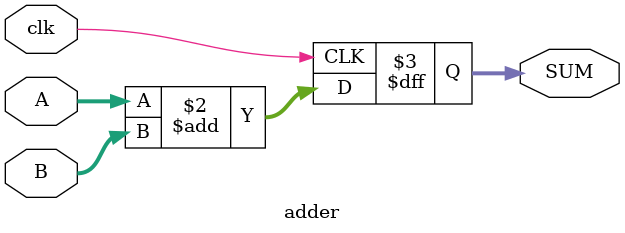
<source format=v>
`timescale 1ns / 1ps


module adder(input wire clk,
             input wire [3:0]A,
             input wire [3:0]B,
             output reg [3:0]SUM );
             
             always @(posedge clk)
              begin 
                 SUM <= A + B ;
                  end
endmodule

</source>
